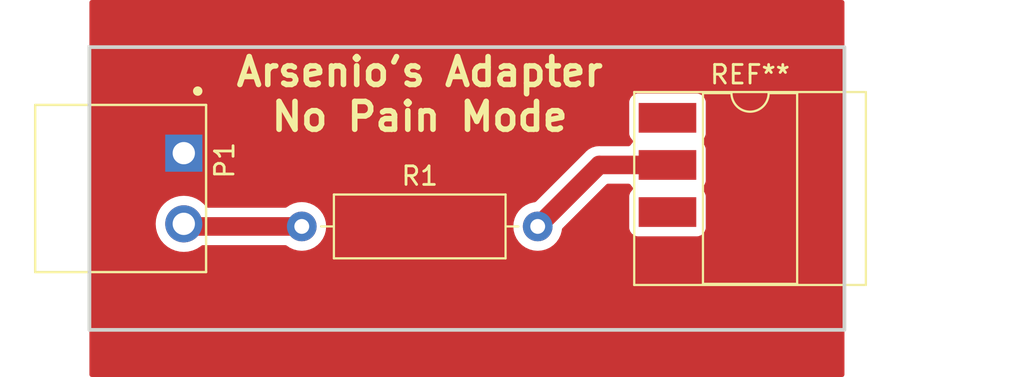
<source format=kicad_pcb>
(kicad_pcb (version 20211014) (generator pcbnew)
  (layers (0 "F.Cu" signal) (31 "B.Cu" signal) (34 "B.Paste" user) (35 "F.Paste" user) (36 "B.SilkS" user "B.Silkscreen") (37 "F.SilkS" user "F.Silkscreen") (38 "B.Mask" user) (39 "F.Mask" user) (44 "Edge.Cuts" user))
  (net 0 "")
  (net 1 "Net-(P1-Pad2)")
  (net 2 "gnd")
  (net 3 "resistorout")
  (footprint "Package_DIP:DIP-8_W8.89mm_SMDSocket_LongPads" (layer "F.Cu") (at 111.76 119.38)
    (fp_text reference "REF**" (at 0 -6.14) (layer "F.SilkS"))
    (fp_text value "DIP-8_W8.89mm_SMDSocket_LongPads")
    (fp_line (start -1 -5.14) (end -2.535 -5.14) (layer "F.SilkS") (width 0.12))
    (fp_line (start -2.535 -5.14) (end -2.535 5.14) (layer "F.SilkS") (width 0.12))
    (fp_line (start 2.535 5.14) (end 2.535 -5.14) (layer "F.SilkS") (width 0.12))
    (fp_line (start -6.235 -5.2) (end -6.235 5.2) (layer "F.SilkS") (width 0.12))
    (fp_line (start 6.235 -5.2) (end -6.235 -5.2) (layer "F.SilkS") (width 0.12))
    (fp_line (start 2.535 -5.14) (end 1 -5.14) (layer "F.SilkS") (width 0.12))
    (fp_line (start -2.535 5.14) (end 2.535 5.14) (layer "F.SilkS") (width 0.12))
    (fp_line (start -6.235 5.2) (end 6.235 5.2) (layer "F.SilkS") (width 0.12))
    (fp_line (start 6.235 5.2) (end 6.235 -5.2) (layer "F.SilkS") (width 0.12))
    (fp_arc (start 1 -5.14) (mid 0 -4.14) (end -1 -5.14) (layer "F.SilkS") (width 0.12))
    (pad "1" smd rect (at -4.445 -3.81) (size 3.1 1.6) (layers "F.Cu" "F.Paste" "F.Mask"))
    (pad "2" smd rect (at -4.445 -1.27) (size 3.1 1.6) (layers "F.Cu" "F.Paste" "F.Mask") (net 3 "resistorout"))
    (pad "3" smd rect (at -4.445 1.27) (size 3.1 1.6) (layers "F.Cu" "F.Paste" "F.Mask"))
    (pad "4" smd rect (at -4.445 3.81) (size 3.1 1.6) (layers "F.Cu" "F.Paste" "F.Mask") (net 2 "gnd"))
  )
  (footprint "footprints:PHOENIX_1803277" (layer "F.Cu") (at 81.28 119.38 -90)
    (fp_text reference "P1" (at -1.520835 -2.196195 90) (layer "F.SilkS") (effects (font (size 1.000543 1.000543))))
    (fp_text value "1803277")
    (fp_line (start -4.505 8) (end -4.505 -1.2) (layer "F.SilkS") (width 0.127))
    (fp_line (start 4.505 8) (end -4.505 8) (layer "F.SilkS") (width 0.127))
    (fp_line (start -4.505 -1.2) (end 4.505 -1.2) (layer "F.SilkS") (width 0.127))
    (fp_line (start 4.505 -1.2) (end 4.505 8) (layer "F.SilkS") (width 0.127))
    (fp_circle (center -5.25 -0.75) (end -4.996 -0.75) (layer "F.SilkS") (width 0) (fill solid))
    (pad "1" thru_hole rect locked (at -1.905 0 270) (size 2 2) (drill 1.2) (layers *.Cu *.Mask) (net 2 "gnd"))
    (pad "2" thru_hole circle locked (at 1.905 0 270) (size 2 2) (drill 1.2) (layers *.Cu *.Mask) (net 1 "Net-(P1-Pad2)"))
  )
  (footprint "Resistor_THT:R_Axial_DIN0309_L9.0mm_D3.2mm_P12.70mm_Horizontal" (layer "F.Cu") (at 87.63 121.424145)
    (fp_text reference "R1" (at 6.35 -2.72) (layer "F.SilkS"))
    (fp_text value "R_US")
    (fp_line (start 11.66 0) (end 10.97 0) (layer "F.SilkS") (width 0.12))
    (fp_line (start 10.97 -1.72) (end 1.73 -1.72) (layer "F.SilkS") (width 0.12))
    (fp_line (start 1.04 0) (end 1.73 0) (layer "F.SilkS") (width 0.12))
    (fp_line (start 1.73 1.72) (end 10.97 1.72) (layer "F.SilkS") (width 0.12))
    (fp_line (start 1.73 -1.72) (end 1.73 1.72) (layer "F.SilkS") (width 0.12))
    (fp_line (start 10.97 1.72) (end 10.97 -1.72) (layer "F.SilkS") (width 0.12))
    (pad "1" thru_hole circle (at 0 0) (size 1.6 1.6) (drill 0.8) (layers *.Cu *.Mask) (net 1 "Net-(P1-Pad2)"))
    (pad "2" thru_hole oval (at 12.7 0) (size 1.6 1.6) (drill 0.8) (layers *.Cu *.Mask) (net 3 "resistorout"))
  )
  (gr_rect (start 76.2 111.76) (end 116.84 127) (layer "Edge.Cuts") (width 0.2) (fill none))
  (gr_text "Arsenio's Adapter\nNo Pain Mode" (at 93.98 114.3) (layer "F.SilkS") (effects (font (size 1.5 1.5) (thickness 0.3))))
  (segment (start 87.63 121.424145) (end 81.419145 121.424145) (width 1) (layer "F.Cu") (net 1))
  (segment (start 81.419145 121.424145) (end 81.28 121.285) (width 0.25) (layer "F.Cu") (net 1))
  (segment (start 100.33 121.424145) (end 103.644145 118.11) (width 1) (layer "F.Cu") (net 3))
  (segment (start 103.644145 118.11) (end 107.315 118.11) (width 1) (layer "F.Cu") (net 3))
  (zone (net 2) (net_name "gnd") (layer "F.Cu") (connect_pads yes (clearance 0.508)) (min_thickness 0.254) (fill yes (thermal_gap 0.508) (thermal_bridge_width 0.508))
    (polygon (pts (xy 116.84 129.54) (xy 76.2 129.54) (xy 76.2 109.22) (xy 116.84 109.22)))
  )
)
</source>
